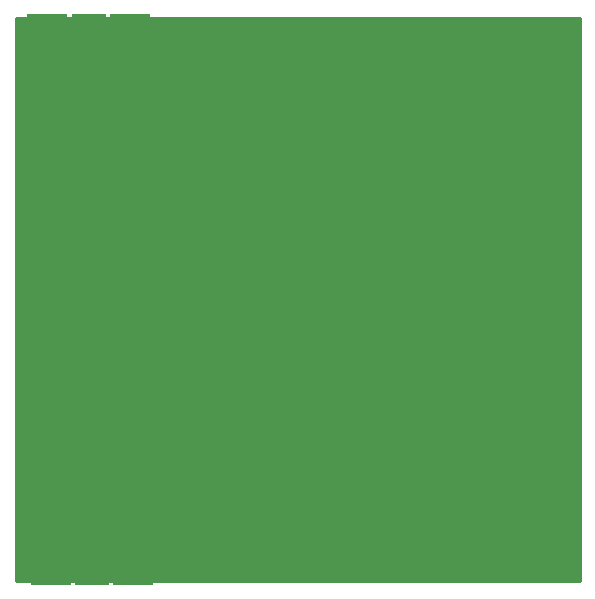
<source format=gbr>
G04 #@! TF.FileFunction,Soldermask,Top*
%FSLAX46Y46*%
G04 Gerber Fmt 4.6, Leading zero omitted, Abs format (unit mm)*
G04 Created by KiCad (PCBNEW (2015-05-16 BZR 5655)-product) date Fri 05 Jun 2015 17:35:23 CEST*
%MOMM*%
G01*
G04 APERTURE LIST*
%ADD10C,0.150000*%
%ADD11R,2.900000X5.400000*%
%ADD12R,3.400000X5.400000*%
%ADD13C,0.254000*%
G04 APERTURE END LIST*
D10*
D11*
X107300000Y-38500000D03*
D12*
X103800000Y-38500000D03*
X110800000Y-38500000D03*
X110800000Y-38500000D03*
X103800000Y-38500000D03*
D11*
X107600000Y-81450000D03*
D12*
X104100000Y-81450000D03*
X111100000Y-81450000D03*
X111100000Y-81450000D03*
X104100000Y-81450000D03*
D13*
G36*
X148873000Y-83873000D02*
X101127000Y-83873000D01*
X101127000Y-36127000D01*
X148873000Y-36127000D01*
X148873000Y-83873000D01*
X148873000Y-83873000D01*
G37*
X148873000Y-83873000D02*
X101127000Y-83873000D01*
X101127000Y-36127000D01*
X148873000Y-36127000D01*
X148873000Y-83873000D01*
M02*

</source>
